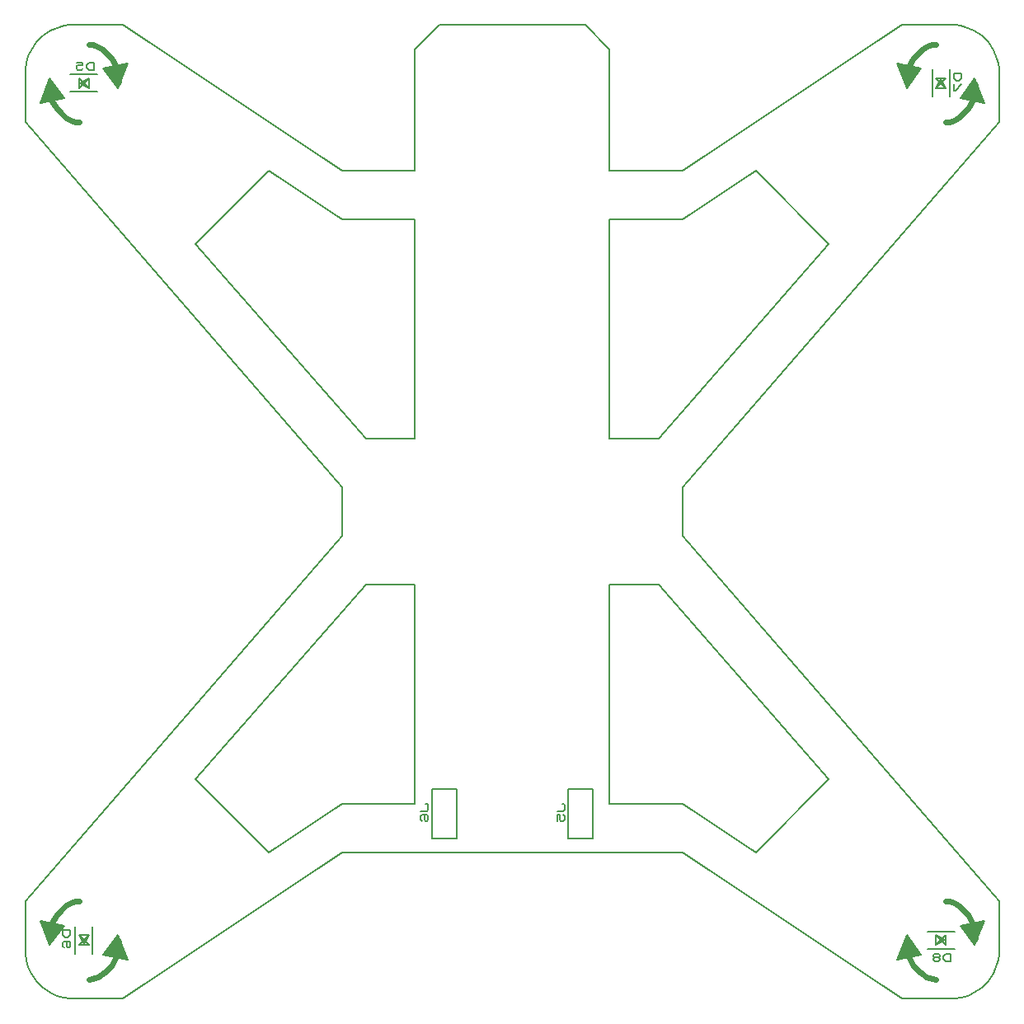
<source format=gbr>
G04 PROTEUS RS274X GERBER FILE*
%FSLAX45Y45*%
%MOMM*%
G01*
%ADD73C,0.203200*%
%ADD34C,0.609600*%
G36*
X-4050000Y+4350000D02*
X-3950000Y+4600000D01*
X-4200000Y+4550000D01*
X-4050000Y+4350000D01*
G37*
G36*
X-4750000Y+4450000D02*
X-4850000Y+4200000D01*
X-4600000Y+4250000D01*
X-4750000Y+4450000D01*
G37*
G36*
X+4050000Y+4350000D02*
X+3950000Y+4600000D01*
X+4200000Y+4550000D01*
X+4050000Y+4350000D01*
G37*
G36*
X+4750000Y+4450000D02*
X+4850000Y+4200000D01*
X+4600000Y+4250000D01*
X+4750000Y+4450000D01*
G37*
G36*
X+4750000Y-4450000D02*
X+4850000Y-4200000D01*
X+4600000Y-4250000D01*
X+4750000Y-4450000D01*
G37*
G36*
X+4050000Y-4350000D02*
X+3950000Y-4600000D01*
X+4200000Y-4550000D01*
X+4050000Y-4350000D01*
G37*
G36*
X-4750000Y-4450000D02*
X-4850000Y-4200000D01*
X-4600000Y-4250000D01*
X-4750000Y-4450000D01*
G37*
G36*
X-4050000Y-4350000D02*
X-3950000Y-4600000D01*
X-4200000Y-4550000D01*
X-4050000Y-4350000D01*
G37*
D73*
X-4488900Y-4260300D02*
X-4488900Y-4539700D01*
X-4311100Y-4260300D02*
X-4311100Y-4539700D01*
X-4349200Y-4349200D02*
X-4450800Y-4349200D01*
X-4400000Y-4438100D01*
X-4349200Y-4349200D01*
X-4450800Y-4450800D02*
X-4349200Y-4450800D01*
X-4537160Y-4298400D02*
X-4613360Y-4298400D01*
X-4613360Y-4349200D01*
X-4587960Y-4374600D01*
X-4562560Y-4374600D01*
X-4537160Y-4349200D01*
X-4537160Y-4298400D01*
X-4600660Y-4476200D02*
X-4613360Y-4463500D01*
X-4613360Y-4425400D01*
X-4600660Y-4412700D01*
X-4549860Y-4412700D01*
X-4537160Y-4425400D01*
X-4537160Y-4463500D01*
X-4549860Y-4476200D01*
X-4562560Y-4476200D01*
X-4575260Y-4463500D01*
X-4575260Y-4412700D01*
X+4260300Y-4488900D02*
X+4539700Y-4488900D01*
X+4260300Y-4311100D02*
X+4539700Y-4311100D01*
X+4349200Y-4349200D02*
X+4349200Y-4450800D01*
X+4438100Y-4400000D01*
X+4349200Y-4349200D01*
X+4450800Y-4450800D02*
X+4450800Y-4349200D01*
X+4501600Y-4613360D02*
X+4501600Y-4537160D01*
X+4450800Y-4537160D01*
X+4425400Y-4562560D01*
X+4425400Y-4587960D01*
X+4450800Y-4613360D01*
X+4501600Y-4613360D01*
X+4374600Y-4575260D02*
X+4387300Y-4562560D01*
X+4387300Y-4549860D01*
X+4374600Y-4537160D01*
X+4336500Y-4537160D01*
X+4323800Y-4549860D01*
X+4323800Y-4562560D01*
X+4336500Y-4575260D01*
X+4374600Y-4575260D01*
X+4387300Y-4587960D01*
X+4387300Y-4600660D01*
X+4374600Y-4613360D01*
X+4336500Y-4613360D01*
X+4323800Y-4600660D01*
X+4323800Y-4587960D01*
X+4336500Y-4575260D01*
X+4488900Y+4260300D02*
X+4488900Y+4539700D01*
X+4311100Y+4260300D02*
X+4311100Y+4539700D01*
X+4349200Y+4349200D02*
X+4450800Y+4349200D01*
X+4400000Y+4438100D01*
X+4349200Y+4349200D01*
X+4450800Y+4450800D02*
X+4349200Y+4450800D01*
X+4613360Y+4501600D02*
X+4537160Y+4501600D01*
X+4537160Y+4450800D01*
X+4562560Y+4425400D01*
X+4587960Y+4425400D01*
X+4613360Y+4450800D01*
X+4613360Y+4501600D01*
X+4537160Y+4387300D02*
X+4537160Y+4323800D01*
X+4549860Y+4323800D01*
X+4613360Y+4387300D01*
X-4260300Y+4488900D02*
X-4539700Y+4488900D01*
X-4260300Y+4311100D02*
X-4539700Y+4311100D01*
X-4349200Y+4349200D02*
X-4349200Y+4450800D01*
X-4438100Y+4400000D01*
X-4349200Y+4349200D01*
X-4450800Y+4450800D02*
X-4450800Y+4349200D01*
X-4298400Y+4537160D02*
X-4298400Y+4613360D01*
X-4349200Y+4613360D01*
X-4374600Y+4587960D01*
X-4374600Y+4562560D01*
X-4349200Y+4537160D01*
X-4298400Y+4537160D01*
X-4476200Y+4613360D02*
X-4412700Y+4613360D01*
X-4412700Y+4587960D01*
X-4463500Y+4587960D01*
X-4476200Y+4575260D01*
X-4476200Y+4549860D01*
X-4463500Y+4537160D01*
X-4425400Y+4537160D01*
X-4412700Y+4549860D01*
X-4000000Y-5000000D02*
X-4500000Y-5000000D01*
X-4551964Y-4997475D01*
X-4602234Y-4990051D01*
X-4650581Y-4977959D01*
X-4696777Y-4961426D01*
X-4740593Y-4940681D01*
X-4781799Y-4915955D01*
X-4820168Y-4887474D01*
X-4855469Y-4855469D01*
X-4887474Y-4820168D01*
X-4915955Y-4781799D01*
X-4940682Y-4740593D01*
X-4961426Y-4696777D01*
X-4977959Y-4650581D01*
X-4990051Y-4602234D01*
X-4997475Y-4551964D01*
X-5000000Y-4500000D01*
X-5000000Y-4000000D01*
X-1750000Y-250000D01*
X-1750000Y+250000D01*
X-5000000Y+4000000D01*
X-5000000Y+4500000D01*
X-4997475Y+4551964D01*
X-4990051Y+4602234D01*
X-4977959Y+4650581D01*
X-4961426Y+4696777D01*
X-4940682Y+4740593D01*
X-4915955Y+4781799D01*
X-4887474Y+4820168D01*
X-4855469Y+4855469D01*
X-4820168Y+4887474D01*
X-4781799Y+4915955D01*
X-4740593Y+4940681D01*
X-4696777Y+4961426D01*
X-4650581Y+4977959D01*
X-4602234Y+4990051D01*
X-4551964Y+4997475D01*
X-4500000Y+5000000D01*
X-4000000Y+5000000D01*
X-1750000Y+3500000D01*
X-1000000Y+3500000D01*
X-1000000Y+4750000D01*
X-750000Y+5000000D01*
X+750000Y+5000000D01*
X+1000000Y+4750000D01*
X+1000000Y+3500000D01*
X+1750000Y+3500000D01*
X+4000000Y+5000000D01*
X+4500000Y+5000000D01*
X+4551964Y+4997475D01*
X+4602234Y+4990051D01*
X+4650581Y+4977959D01*
X+4696777Y+4961426D01*
X+4740593Y+4940681D01*
X+4781799Y+4915955D01*
X+4820168Y+4887474D01*
X+4855469Y+4855469D01*
X+4887474Y+4820168D01*
X+4915955Y+4781799D01*
X+4940682Y+4740593D01*
X+4961426Y+4696777D01*
X+4977959Y+4650581D01*
X+4990051Y+4602234D01*
X+4997475Y+4551964D01*
X+5000000Y+4500000D01*
X+5000000Y+4000000D01*
X+1750000Y+250000D01*
X+1750000Y-250000D01*
X+5000000Y-4000000D01*
X+5000000Y-4500000D01*
X+4997475Y-4551964D01*
X+4990051Y-4602234D01*
X+4977959Y-4650581D01*
X+4961426Y-4696777D01*
X+4940682Y-4740593D01*
X+4915955Y-4781799D01*
X+4887474Y-4820168D01*
X+4855469Y-4855469D01*
X+4820168Y-4887474D01*
X+4781799Y-4915955D01*
X+4740593Y-4940681D01*
X+4696777Y-4961426D01*
X+4650581Y-4977959D01*
X+4602234Y-4990051D01*
X+4551964Y-4997475D01*
X+4500000Y-5000000D01*
X+4000000Y-5000000D01*
X+1750000Y-3500000D01*
X-1750000Y-3500000D01*
X-4000000Y-5000000D01*
D34*
X-4350000Y+4800000D02*
X-4316212Y+4796950D01*
X-4283020Y+4788196D01*
X-4250725Y+4774333D01*
X-4219629Y+4755957D01*
X-4162244Y+4708044D01*
X-4113281Y+4649219D01*
X-4075159Y+4584241D01*
X-4050293Y+4517871D01*
X-4043587Y+4485652D01*
X-4041101Y+4454871D01*
X-4043138Y+4426122D01*
X-4050000Y+4400000D01*
D73*
X-4050000Y+4350000D02*
X-3950000Y+4600000D01*
X-4200000Y+4550000D01*
X-4050000Y+4350000D01*
X-4400000Y+4400000D02*
X-4350000Y+4350000D01*
X-4400000Y+4400000D02*
X-4350000Y+4450000D01*
X-4400000Y+4400000D02*
X-4450000Y+4450000D01*
X-4400000Y+4400000D02*
X-4450000Y+4350000D01*
D34*
X-4450000Y+4000000D02*
X-4483788Y+4003050D01*
X-4516980Y+4011804D01*
X-4549275Y+4025667D01*
X-4580371Y+4044043D01*
X-4637756Y+4091956D01*
X-4686719Y+4150781D01*
X-4724841Y+4215759D01*
X-4749707Y+4282129D01*
X-4756413Y+4314348D01*
X-4758899Y+4345129D01*
X-4756862Y+4373878D01*
X-4750000Y+4400000D01*
D73*
X-4750000Y+4450000D02*
X-4850000Y+4200000D01*
X-4600000Y+4250000D01*
X-4750000Y+4450000D01*
D34*
X+4350000Y+4800000D02*
X+4316212Y+4796950D01*
X+4283020Y+4788196D01*
X+4250725Y+4774333D01*
X+4219629Y+4755957D01*
X+4162244Y+4708044D01*
X+4113281Y+4649219D01*
X+4075159Y+4584241D01*
X+4050293Y+4517871D01*
X+4043587Y+4485652D01*
X+4041101Y+4454871D01*
X+4043138Y+4426122D01*
X+4050000Y+4400000D01*
D73*
X+4050000Y+4350000D02*
X+3950000Y+4600000D01*
X+4200000Y+4550000D01*
X+4050000Y+4350000D01*
X+4400000Y+4400000D02*
X+4350000Y+4350000D01*
X+4400000Y+4400000D02*
X+4350000Y+4450000D01*
X+4400000Y+4400000D02*
X+4450000Y+4450000D01*
X+4400000Y+4400000D02*
X+4450000Y+4350000D01*
D34*
X+4450000Y+4000000D02*
X+4483788Y+4003050D01*
X+4516980Y+4011804D01*
X+4549275Y+4025667D01*
X+4580371Y+4044043D01*
X+4637756Y+4091956D01*
X+4686719Y+4150781D01*
X+4724841Y+4215759D01*
X+4749707Y+4282129D01*
X+4756413Y+4314348D01*
X+4758899Y+4345129D01*
X+4756862Y+4373878D01*
X+4750000Y+4400000D01*
D73*
X+4750000Y+4450000D02*
X+4850000Y+4200000D01*
X+4600000Y+4250000D01*
X+4750000Y+4450000D01*
D34*
X+4450000Y-4000000D02*
X+4483788Y-4003050D01*
X+4516980Y-4011804D01*
X+4549275Y-4025667D01*
X+4580371Y-4044043D01*
X+4637756Y-4091956D01*
X+4686719Y-4150781D01*
X+4724841Y-4215759D01*
X+4749707Y-4282129D01*
X+4756413Y-4314348D01*
X+4758899Y-4345129D01*
X+4756862Y-4373878D01*
X+4750000Y-4400000D01*
D73*
X+4750000Y-4450000D02*
X+4850000Y-4200000D01*
X+4600000Y-4250000D01*
X+4750000Y-4450000D01*
X+4400000Y-4400000D02*
X+4450000Y-4450000D01*
X+4400000Y-4400000D02*
X+4450000Y-4350000D01*
X+4400000Y-4400000D02*
X+4350000Y-4350000D01*
X+4400000Y-4400000D02*
X+4350000Y-4450000D01*
D34*
X+4350000Y-4800000D02*
X+4316212Y-4796950D01*
X+4283020Y-4788196D01*
X+4250725Y-4774333D01*
X+4219629Y-4755957D01*
X+4162244Y-4708044D01*
X+4113281Y-4649219D01*
X+4075159Y-4584241D01*
X+4050293Y-4517871D01*
X+4043587Y-4485652D01*
X+4041101Y-4454871D01*
X+4043138Y-4426122D01*
X+4050000Y-4400000D01*
D73*
X+4050000Y-4350000D02*
X+3950000Y-4600000D01*
X+4200000Y-4550000D01*
X+4050000Y-4350000D01*
D34*
X-4450000Y-4000000D02*
X-4483788Y-4003050D01*
X-4516980Y-4011804D01*
X-4549275Y-4025667D01*
X-4580371Y-4044043D01*
X-4637756Y-4091956D01*
X-4686719Y-4150781D01*
X-4724841Y-4215759D01*
X-4749707Y-4282129D01*
X-4756413Y-4314348D01*
X-4758899Y-4345129D01*
X-4756862Y-4373878D01*
X-4750000Y-4400000D01*
D73*
X-4750000Y-4450000D02*
X-4850000Y-4200000D01*
X-4600000Y-4250000D01*
X-4750000Y-4450000D01*
X-4400000Y-4400000D02*
X-4450000Y-4450000D01*
X-4400000Y-4400000D02*
X-4450000Y-4350000D01*
X-4400000Y-4400000D02*
X-4350000Y-4350000D01*
X-4400000Y-4400000D02*
X-4350000Y-4450000D01*
D34*
X-4350000Y-4800000D02*
X-4316212Y-4796950D01*
X-4283020Y-4788196D01*
X-4250725Y-4774333D01*
X-4219629Y-4755957D01*
X-4162244Y-4708044D01*
X-4113281Y-4649219D01*
X-4075159Y-4584241D01*
X-4050293Y-4517871D01*
X-4043587Y-4485652D01*
X-4041101Y-4454871D01*
X-4043138Y-4426122D01*
X-4050000Y-4400000D01*
D73*
X-4050000Y-4350000D02*
X-3950000Y-4600000D01*
X-4200000Y-4550000D01*
X-4050000Y-4350000D01*
X+573000Y-3354000D02*
X+827000Y-3354000D01*
X+827000Y-2846000D01*
X+573000Y-2846000D01*
X+573000Y-3354000D01*
X+512040Y-2998400D02*
X+524740Y-2998400D01*
X+537440Y-3011100D01*
X+537440Y-3061900D01*
X+524740Y-3074600D01*
X+461240Y-3074600D01*
X+461240Y-3176200D02*
X+461240Y-3112700D01*
X+486640Y-3112700D01*
X+486640Y-3163500D01*
X+499340Y-3176200D01*
X+524740Y-3176200D01*
X+537440Y-3163500D01*
X+537440Y-3125400D01*
X+524740Y-3112700D01*
X-827000Y-3354000D02*
X-573000Y-3354000D01*
X-573000Y-2846000D01*
X-827000Y-2846000D01*
X-827000Y-3354000D01*
X-887960Y-2998400D02*
X-875260Y-2998400D01*
X-862560Y-3011100D01*
X-862560Y-3061900D01*
X-875260Y-3074600D01*
X-938760Y-3074600D01*
X-926060Y-3176200D02*
X-938760Y-3163500D01*
X-938760Y-3125400D01*
X-926060Y-3112700D01*
X-875260Y-3112700D01*
X-862560Y-3125400D01*
X-862560Y-3163500D01*
X-875260Y-3176200D01*
X-887960Y-3176200D01*
X-900660Y-3163500D01*
X-900660Y-3112700D01*
X-3250000Y-2750000D02*
X-2500000Y-3500000D01*
X-1750000Y-3000000D01*
X-1000000Y-3000000D01*
X-1000000Y-750000D01*
X-1500000Y-750000D01*
X-3250000Y-2750000D01*
X+3250000Y-2750000D02*
X+2500000Y-3500000D01*
X+1750000Y-3000000D01*
X+1000000Y-3000000D01*
X+1000000Y-750000D01*
X+1500000Y-750000D01*
X+3250000Y-2750000D01*
X+3250000Y+2750000D02*
X+2500000Y+3500000D01*
X+1750000Y+3000000D01*
X+1000000Y+3000000D01*
X+1000000Y+750000D01*
X+1500000Y+750000D01*
X+3250000Y+2750000D01*
X-3250000Y+2750000D02*
X-2500000Y+3500000D01*
X-1750000Y+3000000D01*
X-1000000Y+3000000D01*
X-1000000Y+750000D01*
X-1500000Y+750000D01*
X-3250000Y+2750000D01*
M02*

</source>
